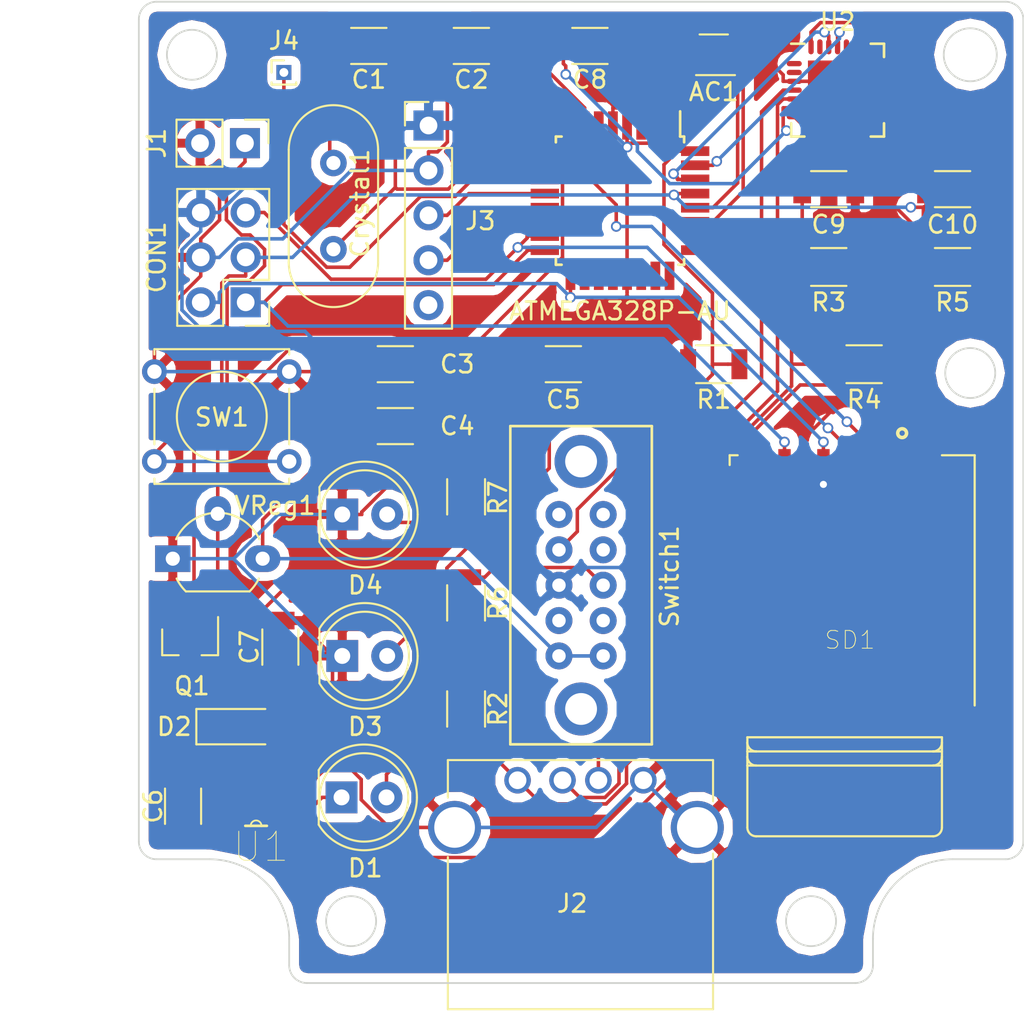
<source format=kicad_pcb>
(kicad_pcb (version 4) (host pcbnew 4.0.7)
  (layers (0 F.Cu signal) (31 B.Cu signal) (34 B.Paste user) (35 F.Paste user) (36 B.SilkS user) (37 F.SilkS user) (38 B.Mask user) (39 F.Mask user) (44 Edge.Cuts user))
  (net 0 "")
  (net 1 "Net-(C1-Pad1)")
  (net 2 GND)
  (net 3 "Net-(C2-Pad1)")
  (net 4 "Net-(C3-Pad1)")
  (net 5 +5V)
  (net 6 "Net-(C6-Pad1)")
  (net 7 "Net-(D1-Pad1)")
  (net 8 "Net-(D1-Pad2)")
  (net 9 /RXD)
  (net 10 /TXD)
  (net 11 /VCC)
  (net 12 "Net-(R3-Pad1)")
  (net 13 /SCL)
  (net 14 /SDA)
  (net 15 +3V3)
  (net 16 "Net-(C8-Pad1)")
  (net 17 /RESET)
  (net 18 "Net-(C10-Pad2)")
  (net 19 "Net-(J2-Pad3)")
  (net 20 "Net-(J2-Pad2)")
  (net 21 /GPS_TX)
  (net 22 /GPS_RX)
  (net 23 /CS_SD)
  (net 24 /MOSI)
  (net 25 /CLK)
  (net 26 /MISO)
  (net 27 /REC)
  (net 28 "Net-(D3-Pad2)")
  (net 29 "Net-(D4-Pad2)")
  (net 30 "Net-(J4-Pad1)")
  (net 31 "Net-(MicroController2-Pad10)")
  (net 32 "Net-(R6-Pad2)")
  (module Crystals:Crystal_HC49-4H_Vertical (layer F.Cu) (at 105 76.5 90)
    (fp_text reference Crystal1 (at 2.6 1.5 90) (layer F.SilkS))
    (fp_text value 8MHz)
    (pad 1 thru_hole circle (at 0 0 90) (size 1.5 1.5) (drill 0.8) (layers *.Cu *.Mask) (net 1 "Net-(C1-Pad1)"))
    (pad 2 thru_hole circle (at 4.88 0 90) (size 1.5 1.5) (drill 0.8) (layers *.Cu *.Mask) (net 3 "Net-(C2-Pad1)"))
  )
  (module LEDs:LED_D5.0mm (layer F.Cu) (at 105.46 107.5)
    (fp_text reference D1 (at 1.34 4) (layer F.SilkS))
    (fp_text value LED)
    (pad 1 thru_hole rect (at 0 0) (size 1.8 1.8) (drill 0.9) (layers *.Cu *.Mask) (net 7 "Net-(D1-Pad1)"))
    (pad 2 thru_hole circle (at 2.54 0) (size 1.8 1.8) (drill 0.9) (layers *.Cu *.Mask) (net 8 "Net-(D1-Pad2)"))
  )
  (module Diodes_SMD:D_SOD-123 (layer F.Cu) (at 99.5 103.5)
    (fp_text reference D2 (at -3.5 0) (layer F.SilkS))
    (fp_text value B130LAW)
    (pad 1 smd rect (at -1.65 0) (size 0.9 1.2) (layers F.Cu F.Paste F.Mask) (net 4 "Net-(C3-Pad1)"))
    (pad 2 smd rect (at 1.65 0) (size 0.9 1.2) (layers F.Cu F.Paste F.Mask) (net 5 +5V))
  )
  (module Pin_Headers:Pin_Header_Straight_1x02_Pitch2.54mm (layer F.Cu) (at 100 70.5 270)
    (fp_text reference J1 (at 0 5 450) (layer F.SilkS))
    (fp_text value Conn_Batt)
    (pad 1 thru_hole rect (at 0 0 270) (size 1.7 1.7) (drill 1) (layers *.Cu *.Mask) (net 6 "Net-(C6-Pad1)"))
    (pad 2 thru_hole oval (at 0 2.54 270) (size 1.7 1.7) (drill 1) (layers *.Cu *.Mask) (net 2 GND))
  )
  (module Connectors:USB_A (layer F.Cu) (at 115.41 106.53)
    (fp_text reference J2 (at 3.09 6.97) (layer F.SilkS))
    (fp_text value USB_A)
    (pad 4 thru_hole circle (at 7.11 0 270) (size 1.5 1.5) (drill 1) (layers *.Cu *.Mask) (net 2 GND))
    (pad 3 thru_hole circle (at 4.57 0 270) (size 1.5 1.5) (drill 1) (layers *.Cu *.Mask) (net 19 "Net-(J2-Pad3)"))
    (pad 2 thru_hole circle (at 2.54 0 270) (size 1.5 1.5) (drill 1) (layers *.Cu *.Mask) (net 20 "Net-(J2-Pad2)"))
    (pad 1 thru_hole circle (at 0 0 270) (size 1.5 1.5) (drill 1) (layers *.Cu *.Mask) (net 5 +5V))
    (pad 5 thru_hole circle (at 10.16 2.67 270) (size 3 3) (drill 2.3) (layers *.Cu *.Mask) (net 2 GND))
    (pad 5 thru_hole circle (at -3.56 2.67 270) (size 3 3) (drill 2.3) (layers *.Cu *.Mask) (net 2 GND))
  )
  (module Diodes_SMD:D_SOT-23_ANK (layer F.Cu) (at 96.9 98.7 270)
    (fp_text reference Q1 (at 2.5 -0.1 360) (layer F.SilkS))
    (fp_text value DMP1045U)
    (pad 2 smd rect (at -1 -0.95 270) (size 0.9 0.8) (layers F.Cu F.Paste F.Mask) (net 5 +5V))
    (pad "" smd rect (at -1 0.95 270) (size 0.9 0.8) (layers F.Cu F.Paste F.Mask))
    (pad 1 smd rect (at 1 0 270) (size 0.9 0.8) (layers F.Cu F.Paste F.Mask) (net 4 "Net-(C3-Pad1)"))
  )
  (module Switches:SlideSwitch_MV9QS1 (layer F.Cu) (at 119 102.5)
    (fp_text reference Switch1 (at 5 -7.5 90) (layer F.SilkS))
    (fp_text value SlideSwitch_MV9QS1)
    (pad 1 thru_hole circle (at -1.25 -3) (size 1.524 1.524) (drill 0.762) (layers *.Cu *.Mask) (net 15 +3V3))
    (pad 2 thru_hole circle (at -1.25 -5) (size 1.524 1.524) (drill 0.762) (layers *.Cu *.Mask))
    (pad 3 thru_hole circle (at -1.25 -7) (size 1.524 1.524) (drill 0.762) (layers *.Cu *.Mask) (net 11 /VCC))
    (pad 4 thru_hole circle (at -1.25 -9) (size 1.524 1.524) (drill 0.762) (layers *.Cu *.Mask) (net 27 /REC))
    (pad 5 thru_hole circle (at -1.25 -11) (size 1.524 1.524) (drill 0.762) (layers *.Cu *.Mask))
    (pad 6 thru_hole circle (at 1.25 -3) (size 1.524 1.524) (drill 0.762) (layers *.Cu *.Mask) (net 15 +3V3))
    (pad 7 thru_hole circle (at 1.25 -5) (size 1.524 1.524) (drill 0.762) (layers *.Cu *.Mask))
    (pad 8 thru_hole circle (at 1.25 -7) (size 1.524 1.524) (drill 0.762) (layers *.Cu *.Mask) (net 32 "Net-(R6-Pad2)"))
    (pad 9 thru_hole circle (at 1.25 -9) (size 1.524 1.524) (drill 0.762) (layers *.Cu *.Mask))
    (pad 10 thru_hole circle (at 1.25 -11) (size 1.524 1.524) (drill 0.762) (layers *.Cu *.Mask))
    (pad "" np_thru_hole circle (at 0 0) (size 3 3) (drill 1.8) (layers *.Cu *.Mask))
    (pad "" np_thru_hole circle (at 0 -14) (size 3 3) (drill 1.8) (layers *.Cu *.Mask))
  )
  (module Housings_DFN_QFN:DFN-10_2x2mm_Pitch0.4mm (layer F.Cu) (at 126.5 65.5 180)
    (fp_text reference AC1 (at 0 -2.1 180) (layer F.SilkS))
    (fp_text value MMA8652FCR1)
    (pad 1 smd rect (at -0.8 -0.8 180) (size 0.7 0.25) (layers F.Cu F.Paste F.Mask) (net 11 /VCC))
    (pad 2 smd rect (at -0.8 -0.4 180) (size 0.7 0.25) (layers F.Cu F.Paste F.Mask) (net 13 /SCL))
    (pad 3 smd rect (at -0.8 0 180) (size 0.7 0.25) (layers F.Cu F.Paste F.Mask))
    (pad 4 smd rect (at -0.8 0.4 180) (size 0.7 0.25) (layers F.Cu F.Paste F.Mask))
    (pad 5 smd rect (at -0.8 0.8 180) (size 0.7 0.25) (layers F.Cu F.Paste F.Mask))
    (pad 6 smd rect (at 0.8 0.8 180) (size 0.7 0.25) (layers F.Cu F.Paste F.Mask) (net 2 GND))
    (pad 7 smd rect (at 0.8 0.4 180) (size 0.7 0.25) (layers F.Cu F.Paste F.Mask) (net 2 GND))
    (pad 8 smd rect (at 0.8 0 180) (size 0.7 0.25) (layers F.Cu F.Paste F.Mask))
    (pad 9 smd rect (at 0.8 -0.4 180) (size 0.7 0.25) (layers F.Cu F.Paste F.Mask) (net 2 GND))
    (pad 10 smd rect (at 0.8 -0.8 180) (size 0.7 0.25) (layers F.Cu F.Paste F.Mask) (net 14 /SDA))
  )
  (module Housings_QFP:TQFP-32_7x7mm_Pitch0.8mm (layer F.Cu) (at 121.2 73.75 270)
    (fp_text reference MicroController2)
    (fp_text value ATMEGA328P-AU (at 6.25 0 360) (layer F.SilkS))
    (pad 1 smd rect (at -4.25 -2.8 270) (size 1.6 0.55) (layers F.Cu F.Paste F.Mask))
    (pad 2 smd rect (at -4.25 -2 270) (size 1.6 0.55) (layers F.Cu F.Paste F.Mask))
    (pad 3 smd rect (at -4.25 -1.2 270) (size 1.6 0.55) (layers F.Cu F.Paste F.Mask) (net 2 GND))
    (pad 4 smd rect (at -4.25 -0.4 270) (size 1.6 0.55) (layers F.Cu F.Paste F.Mask) (net 11 /VCC))
    (pad 5 smd rect (at -4.25 0.4 270) (size 1.6 0.55) (layers F.Cu F.Paste F.Mask) (net 2 GND))
    (pad 6 smd rect (at -4.25 1.2 270) (size 1.6 0.55) (layers F.Cu F.Paste F.Mask))
    (pad 7 smd rect (at -4.25 2 270) (size 1.6 0.55) (layers F.Cu F.Paste F.Mask) (net 3 "Net-(C2-Pad1)"))
    (pad 8 smd rect (at -4.25 2.8 270) (size 1.6 0.55) (layers F.Cu F.Paste F.Mask) (net 1 "Net-(C1-Pad1)"))
    (pad 9 smd rect (at -2.8 4.25) (size 1.6 0.55) (layers F.Cu F.Paste F.Mask) (net 23 /CS_SD))
    (pad 10 smd rect (at -2 4.25) (size 1.6 0.55) (layers F.Cu F.Paste F.Mask) (net 31 "Net-(MicroController2-Pad10)"))
    (pad 11 smd rect (at -1.2 4.25) (size 1.6 0.55) (layers F.Cu F.Paste F.Mask) (net 30 "Net-(J4-Pad1)"))
    (pad 12 smd rect (at -0.4 4.25) (size 1.6 0.55) (layers F.Cu F.Paste F.Mask) (net 21 /GPS_TX))
    (pad 13 smd rect (at 0.4 4.25) (size 1.6 0.55) (layers F.Cu F.Paste F.Mask) (net 22 /GPS_RX))
    (pad 14 smd rect (at 1.2 4.25) (size 1.6 0.55) (layers F.Cu F.Paste F.Mask))
    (pad 15 smd rect (at 2 4.25) (size 1.6 0.55) (layers F.Cu F.Paste F.Mask) (net 24 /MOSI))
    (pad 16 smd rect (at 2.8 4.25) (size 1.6 0.55) (layers F.Cu F.Paste F.Mask) (net 26 /MISO))
    (pad 17 smd rect (at 4.25 2.8 270) (size 1.6 0.55) (layers F.Cu F.Paste F.Mask) (net 25 /CLK))
    (pad 18 smd rect (at 4.25 2 270) (size 1.6 0.55) (layers F.Cu F.Paste F.Mask))
    (pad 19 smd rect (at 4.25 1.2 270) (size 1.6 0.55) (layers F.Cu F.Paste F.Mask))
    (pad 20 smd rect (at 4.25 0.4 270) (size 1.6 0.55) (layers F.Cu F.Paste F.Mask))
    (pad 21 smd rect (at 4.25 -0.4 270) (size 1.6 0.55) (layers F.Cu F.Paste F.Mask) (net 2 GND))
    (pad 22 smd rect (at 4.25 -1.2 270) (size 1.6 0.55) (layers F.Cu F.Paste F.Mask))
    (pad 23 smd rect (at 4.25 -2 270) (size 1.6 0.55) (layers F.Cu F.Paste F.Mask))
    (pad 24 smd rect (at 4.25 -2.8 270) (size 1.6 0.55) (layers F.Cu F.Paste F.Mask))
    (pad 25 smd rect (at 2.8 -4.25) (size 1.6 0.55) (layers F.Cu F.Paste F.Mask))
    (pad 26 smd rect (at 2 -4.25) (size 1.6 0.55) (layers F.Cu F.Paste F.Mask))
    (pad 27 smd rect (at 1.2 -4.25) (size 1.6 0.55) (layers F.Cu F.Paste F.Mask) (net 14 /SDA))
    (pad 28 smd rect (at 0.4 -4.25) (size 1.6 0.55) (layers F.Cu F.Paste F.Mask) (net 13 /SCL))
    (pad 29 smd rect (at -0.4 -4.25) (size 1.6 0.55) (layers F.Cu F.Paste F.Mask) (net 17 /RESET))
    (pad 30 smd rect (at -1.2 -4.25) (size 1.6 0.55) (layers F.Cu F.Paste F.Mask) (net 9 /RXD))
    (pad 31 smd rect (at -2 -4.25) (size 1.6 0.55) (layers F.Cu F.Paste F.Mask) (net 10 /TXD))
    (pad 32 smd rect (at -2.8 -4.25) (size 1.6 0.55) (layers F.Cu F.Paste F.Mask) (net 27 /REC))
  )
  (module Buttons_Switches_THT:SW_Tactile_Straight_KSA0Axx1LFTR (layer F.Cu) (at 94.88 83.42)
    (fp_text reference SW1 (at 3.81 2.58) (layer F.SilkS))
    (fp_text value SW_Reset)
    (pad 1 thru_hole circle (at 7.62 0) (size 1.397 1.397) (drill 0.8128) (layers *.Cu *.Mask) (net 2 GND))
    (pad 2 thru_hole circle (at 7.62 5.08) (size 1.397 1.397) (drill 0.8128) (layers *.Cu *.Mask) (net 17 /RESET))
    (pad 1 thru_hole circle (at 0 0) (size 1.397 1.397) (drill 0.8128) (layers *.Cu *.Mask) (net 2 GND))
    (pad 2 thru_hole circle (at 0 5.08) (size 1.397 1.397) (drill 0.8128) (layers *.Cu *.Mask) (net 17 /RESET))
  )
  (module Housings_DFN_QFN:QFN-28-1EP_5x5mm_Pitch0.5mm (layer F.Cu) (at 133.5 67.5)
    (fp_text reference U2 (at 0 -3.875) (layer F.SilkS))
    (fp_text value CP2102)
    (pad 1 smd oval (at -2.45 -1.5) (size 0.85 0.3) (layers F.Cu F.Paste F.Mask))
    (pad 2 smd oval (at -2.45 -1) (size 0.85 0.3) (layers F.Cu F.Paste F.Mask))
    (pad 3 smd oval (at -2.45 -0.5) (size 0.85 0.3) (layers F.Cu F.Paste F.Mask) (net 2 GND))
    (pad 4 smd oval (at -2.45 0) (size 0.85 0.3) (layers F.Cu F.Paste F.Mask) (net 19 "Net-(J2-Pad3)"))
    (pad 5 smd oval (at -2.45 0.5) (size 0.85 0.3) (layers F.Cu F.Paste F.Mask) (net 20 "Net-(J2-Pad2)"))
    (pad 6 smd oval (at -2.45 1) (size 0.85 0.3) (layers F.Cu F.Paste F.Mask) (net 16 "Net-(C8-Pad1)"))
    (pad 7 smd oval (at -2.45 1.5) (size 0.85 0.3) (layers F.Cu F.Paste F.Mask) (net 5 +5V))
    (pad 8 smd oval (at -1.5 2.45 90) (size 0.85 0.3) (layers F.Cu F.Paste F.Mask) (net 5 +5V))
    (pad 9 smd oval (at -1 2.45 90) (size 0.85 0.3) (layers F.Cu F.Paste F.Mask))
    (pad 10 smd oval (at -0.5 2.45 90) (size 0.85 0.3) (layers F.Cu F.Paste F.Mask))
    (pad 11 smd oval (at 0 2.45 90) (size 0.85 0.3) (layers F.Cu F.Paste F.Mask))
    (pad 12 smd oval (at 0.5 2.45 90) (size 0.85 0.3) (layers F.Cu F.Paste F.Mask))
    (pad 13 smd oval (at 1 2.45 90) (size 0.85 0.3) (layers F.Cu F.Paste F.Mask))
    (pad 14 smd oval (at 1.5 2.45 90) (size 0.85 0.3) (layers F.Cu F.Paste F.Mask))
    (pad 15 smd oval (at 2.45 1.5) (size 0.85 0.3) (layers F.Cu F.Paste F.Mask))
    (pad 16 smd oval (at 2.45 1) (size 0.85 0.3) (layers F.Cu F.Paste F.Mask))
    (pad 17 smd oval (at 2.45 0.5) (size 0.85 0.3) (layers F.Cu F.Paste F.Mask))
    (pad 18 smd oval (at 2.45 0) (size 0.85 0.3) (layers F.Cu F.Paste F.Mask))
    (pad 19 smd oval (at 2.45 -0.5) (size 0.85 0.3) (layers F.Cu F.Paste F.Mask))
    (pad 20 smd oval (at 2.45 -1) (size 0.85 0.3) (layers F.Cu F.Paste F.Mask))
    (pad 21 smd oval (at 2.45 -1.5) (size 0.85 0.3) (layers F.Cu F.Paste F.Mask))
    (pad 22 smd oval (at 1.5 -2.45 90) (size 0.85 0.3) (layers F.Cu F.Paste F.Mask))
    (pad 23 smd oval (at 1 -2.45 90) (size 0.85 0.3) (layers F.Cu F.Paste F.Mask))
    (pad 24 smd oval (at 0.5 -2.45 90) (size 0.85 0.3) (layers F.Cu F.Paste F.Mask))
    (pad 25 smd oval (at 0 -2.45 90) (size 0.85 0.3) (layers F.Cu F.Paste F.Mask) (net 10 /TXD))
    (pad 26 smd oval (at -0.5 -2.45 90) (size 0.85 0.3) (layers F.Cu F.Paste F.Mask) (net 9 /RXD))
    (pad 27 smd oval (at -1 -2.45 90) (size 0.85 0.3) (layers F.Cu F.Paste F.Mask))
    (pad 28 smd oval (at -1.5 -2.45 90) (size 0.85 0.3) (layers F.Cu F.Paste F.Mask) (net 18 "Net-(C10-Pad2)"))
    (pad 29 smd rect (at 0.8375 0.8375) (size 1.675 1.675) (layers F.Cu F.Paste F.Mask) (net 2 GND))
    (pad 29 smd rect (at 0.8375 -0.8375) (size 1.675 1.675) (layers F.Cu F.Paste F.Mask) (net 2 GND))
    (pad 29 smd rect (at -0.8375 0.8375) (size 1.675 1.675) (layers F.Cu F.Paste F.Mask) (net 2 GND))
    (pad 29 smd rect (at -0.8375 -0.8375) (size 1.675 1.675) (layers F.Cu F.Paste F.Mask) (net 2 GND))
  )
  (module Pin_Headers:Pin_Header_Straight_2x03_Pitch2.54mm (layer F.Cu) (at 100.04 79.5 180)
    (fp_text reference CON1 (at 5.04 2.54 270) (layer F.SilkS))
    (fp_text value Conn_ICSP)
    (pad 1 thru_hole rect (at 0 0 180) (size 1.7 1.7) (drill 1) (layers *.Cu *.Mask) (net 26 /MISO))
    (pad 2 thru_hole oval (at 2.54 0 180) (size 1.7 1.7) (drill 1) (layers *.Cu *.Mask) (net 25 /CLK))
    (pad 3 thru_hole oval (at 0 2.54 180) (size 1.7 1.7) (drill 1) (layers *.Cu *.Mask) (net 17 /RESET))
    (pad 4 thru_hole oval (at 2.54 2.54 180) (size 1.7 1.7) (drill 1) (layers *.Cu *.Mask) (net 2 GND))
    (pad 5 thru_hole oval (at 0 5.08 180) (size 1.7 1.7) (drill 1) (layers *.Cu *.Mask) (net 24 /MOSI))
    (pad 6 thru_hole oval (at 2.54 5.08 180) (size 1.7 1.7) (drill 1) (layers *.Cu *.Mask) (net 11 /VCC))
  )
  (module LEDs:LED_D5.0mm (layer F.Cu) (at 105.5 99.5)
    (fp_text reference D3 (at 1.3 4) (layer F.SilkS))
    (fp_text value LED_PWR)
    (pad 1 thru_hole rect (at 0 0) (size 1.8 1.8) (drill 0.9) (layers *.Cu *.Mask) (net 2 GND))
    (pad 2 thru_hole circle (at 2.54 0) (size 1.8 1.8) (drill 0.9) (layers *.Cu *.Mask) (net 28 "Net-(D3-Pad2)"))
  )
  (module LEDs:LED_D5.0mm (layer F.Cu) (at 105.5 91.5)
    (fp_text reference D4 (at 1.3 4) (layer F.SilkS))
    (fp_text value LED_GPS)
    (pad 1 thru_hole rect (at 0 0) (size 1.8 1.8) (drill 0.9) (layers *.Cu *.Mask) (net 2 GND))
    (pad 2 thru_hole circle (at 2.54 0) (size 1.8 1.8) (drill 0.9) (layers *.Cu *.Mask) (net 29 "Net-(D4-Pad2)"))
  )
  (module Resistors_SMD:R_1206 (layer F.Cu) (at 112.5 96.5 90)
    (fp_text reference R6 (at 0 1.8 90) (layer F.SilkS))
    (fp_text value 220)
    (pad 1 smd rect (at -1.45 0 90) (size 0.9 1.7) (layers F.Cu F.Paste F.Mask) (net 28 "Net-(D3-Pad2)"))
    (pad 2 smd rect (at 1.45 0 90) (size 0.9 1.7) (layers F.Cu F.Paste F.Mask) (net 32 "Net-(R6-Pad2)"))
  )
  (module Resistors_SMD:R_1206 (layer F.Cu) (at 112.5 90.5 90)
    (fp_text reference R7 (at -0.05 1.8 90) (layer F.SilkS))
    (fp_text value 220)
    (pad 1 smd rect (at -1.45 0 90) (size 0.9 1.7) (layers F.Cu F.Paste F.Mask) (net 29 "Net-(D4-Pad2)"))
    (pad 2 smd rect (at 1.45 0 90) (size 0.9 1.7) (layers F.Cu F.Paste F.Mask) (net 31 "Net-(MicroController2-Pad10)"))
  )
  (module DM3AT-SF-PEJM5:HRS_DM3AT-SF-PEJM5 (layer F.Cu) (at 133.9 88.4)
    (fp_text reference SD1 (at 0.3 10.2 180) (layer F.SilkS) (effects (font (size 1.00252 1.00252) (thickness 0.05))))
    (fp_text value DM3AT-SF-PEJM5)
    (pad 1 smd rect (at 3.2 0) (size 0.7 1.2) (layers F.Cu F.Paste F.Mask))
    (pad 2 smd rect (at 2.1 0) (size 0.7 1.2) (layers F.Cu F.Paste F.Mask) (net 23 /CS_SD))
    (pad 3 smd rect (at 1 0) (size 0.7 1.2) (layers F.Cu F.Paste F.Mask) (net 24 /MOSI))
    (pad 4 smd rect (at -0.1 0) (size 0.7 1.2) (layers F.Cu F.Paste F.Mask) (net 11 /VCC))
    (pad 5 smd rect (at -1.2 0) (size 0.7 1.2) (layers F.Cu F.Paste F.Mask) (net 25 /CLK))
    (pad 6 smd rect (at -2.3 0) (size 0.7 1.2) (layers F.Cu F.Paste F.Mask) (net 2 GND))
    (pad 7 smd rect (at -3.4 0) (size 0.7 1.2) (layers F.Cu F.Paste F.Mask) (net 26 /MISO))
    (pad 8 smd rect (at -4.5 0) (size 0.7 1.2) (layers F.Cu F.Paste F.Mask))
    (pad SWB smd rect (at -5.45 0) (size 0.7 1.2) (layers F.Cu F.Paste F.Mask))
    (pad P4 smd rect (at 4.75 0) (size 1 1.2) (layers F.Cu F.Paste F.Mask))
    (pad P1 smd rect (at -6.4 4.3) (size 1 1.2) (layers F.Cu F.Paste F.Mask))
    (pad SWA smd rect (at -6.4 10.5) (size 1 0.8) (layers F.Cu F.Paste F.Mask))
    (pad P2 smd rect (at -6.4 14.65) (size 1 2.8) (layers F.Cu F.Paste F.Mask))
    (pad P3 smd rect (at 7.1 15.1) (size 1.3 1.9) (layers F.Cu F.Paste F.Mask))
  )
  (module Pin_Headers:Pin_Header_Straight_1x01_Pitch1.00mm (layer F.Cu) (at 102.2 66.5)
    (fp_text reference J4 (at 0 -1.8) (layer F.SilkS))
    (fp_text value Conn_GPS_LED)
    (pad 1 thru_hole rect (at 0 0) (size 0.85 0.85) (drill 0.5) (layers *.Cu *.Mask) (net 30 "Net-(J4-Pad1)"))
  )
  (module Resistors_SMD:R_1206 (layer F.Cu) (at 126.5 83 180)
    (fp_text reference R1 (at 0 -2 180) (layer F.SilkS))
    (fp_text value 10K)
    (pad 1 smd rect (at -1.45 0 180) (size 0.9 1.7) (layers F.Cu F.Paste F.Mask) (net 27 /REC))
    (pad 2 smd rect (at 1.45 0 180) (size 0.9 1.7) (layers F.Cu F.Paste F.Mask) (net 2 GND))
  )
  (module Resistors_SMD:R_1206 (layer F.Cu) (at 112.5 102.5 90)
    (fp_text reference R2 (at 0 1.8 90) (layer F.SilkS))
    (fp_text value 470)
    (pad 1 smd rect (at -1.45 0 90) (size 0.9 1.7) (layers F.Cu F.Paste F.Mask) (net 5 +5V))
    (pad 2 smd rect (at 1.45 0 90) (size 0.9 1.7) (layers F.Cu F.Paste F.Mask) (net 8 "Net-(D1-Pad2)"))
  )
  (module Resistors_SMD:R_1206 (layer F.Cu) (at 133 77.5)
    (fp_text reference R3 (at 0 2) (layer F.SilkS))
    (fp_text value 10K)
    (pad 1 smd rect (at -1.45 0) (size 0.9 1.7) (layers F.Cu F.Paste F.Mask) (net 12 "Net-(R3-Pad1)"))
    (pad 2 smd rect (at 1.45 0) (size 0.9 1.7) (layers F.Cu F.Paste F.Mask) (net 2 GND))
  )
  (module Resistors_SMD:R_1206 (layer F.Cu) (at 135 83)
    (fp_text reference R4 (at 0 2) (layer F.SilkS))
    (fp_text value 100K)
    (pad 1 smd rect (at -1.45 0) (size 0.9 1.7) (layers F.Cu F.Paste F.Mask) (net 5 +5V))
    (pad 2 smd rect (at 1.45 0) (size 0.9 1.7) (layers F.Cu F.Paste F.Mask) (net 2 GND))
  )
  (module Resistors_SMD:R_1206 (layer F.Cu) (at 140 77.5 180)
    (fp_text reference R5 (at 0 -2 180) (layer F.SilkS))
    (fp_text value 10K)
    (pad 1 smd rect (at -1.45 0 180) (size 0.9 1.7) (layers F.Cu F.Paste F.Mask) (net 17 /RESET))
    (pad 2 smd rect (at 1.45 0 180) (size 0.9 1.7) (layers F.Cu F.Paste F.Mask) (net 5 +5V))
  )
  (module MCP73831T-2ATI_OT:SOT95P300X145-5N (layer F.Cu) (at 100.628 107.56 180)
    (fp_text reference U1 (at -0.272 -2.74 180) (layer F.SilkS) (effects (font (size 1.64296 1.64296) (thickness 0.05))))
    (fp_text value MCP73831)
    (pad 1 smd rect (at -1.3716 -0.9398 180) (size 1.3208 0.5588) (layers F.Cu F.Paste F.Mask) (net 7 "Net-(D1-Pad1)"))
    (pad 2 smd rect (at -1.3716 0 180) (size 1.3208 0.5588) (layers F.Cu F.Paste F.Mask) (net 2 GND))
    (pad 3 smd rect (at -1.3716 0.9398 180) (size 1.3208 0.5588) (layers F.Cu F.Paste F.Mask) (net 6 "Net-(C6-Pad1)"))
    (pad 4 smd rect (at 1.3716 0.9398 180) (size 1.3208 0.5588) (layers F.Cu F.Paste F.Mask) (net 5 +5V))
    (pad 5 smd rect (at 1.3716 -0.9398 180) (size 1.3208 0.5588) (layers F.Cu F.Paste F.Mask) (net 12 "Net-(R3-Pad1)"))
  )
  (module Pin_Headers:Pin_Header_Straight_1x05_Pitch2.54mm (layer F.Cu) (at 110.375 69.5)
    (fp_text reference J3 (at 2.925 5.4) (layer F.SilkS))
    (fp_text value Conn_GPS)
    (pad 1 thru_hole rect (at 0 0) (size 1.7 1.7) (drill 1) (layers *.Cu *.Mask) (net 11 /VCC))
    (pad 2 thru_hole oval (at 0 2.54) (size 1.7 1.7) (drill 1) (layers *.Cu *.Mask) (net 2 GND))
    (pad 3 thru_hole oval (at 0 5.08) (size 1.7 1.7) (drill 1) (layers *.Cu *.Mask) (net 21 /GPS_TX))
    (pad 4 thru_hole oval (at 0 7.62) (size 1.7 1.7) (drill 1) (layers *.Cu *.Mask) (net 22 /GPS_RX))
    (pad 5 thru_hole oval (at 0 10.16) (size 1.7 1.7) (drill 1) (layers *.Cu *.Mask))
  )
  (module Capacitors_SMD:C_1206 (layer F.Cu) (at 107 65 180)
    (fp_text reference C1 (at 0 -1.9 180) (layer F.SilkS))
    (fp_text value C)
    (pad 1 smd rect (at -1.5 0 180) (size 1 1.6) (layers F.Cu F.Paste F.Mask) (net 1 "Net-(C1-Pad1)"))
    (pad 2 smd rect (at 1.5 0 180) (size 1 1.6) (layers F.Cu F.Paste F.Mask) (net 2 GND))
  )
  (module Capacitors_SMD:C_1206 (layer F.Cu) (at 112.8 65 180)
    (fp_text reference C2 (at 0 -1.9 180) (layer F.SilkS))
    (fp_text value C)
    (pad 1 smd rect (at -1.5 0 180) (size 1 1.6) (layers F.Cu F.Paste F.Mask) (net 3 "Net-(C2-Pad1)"))
    (pad 2 smd rect (at 1.5 0 180) (size 1 1.6) (layers F.Cu F.Paste F.Mask) (net 2 GND))
  )
  (module Capacitors_SMD:C_1206 (layer F.Cu) (at 108.5 83 180)
    (fp_text reference C3 (at -3.5 0 180) (layer F.SilkS))
    (fp_text value C)
    (pad 1 smd rect (at -1.5 0 180) (size 1 1.6) (layers F.Cu F.Paste F.Mask) (net 4 "Net-(C3-Pad1)"))
    (pad 2 smd rect (at 1.5 0 180) (size 1 1.6) (layers F.Cu F.Paste F.Mask) (net 2 GND))
  )
  (module Capacitors_SMD:C_1206 (layer F.Cu) (at 108.5 86.5)
    (fp_text reference C4 (at 3.5 0) (layer F.SilkS))
    (fp_text value C)
    (pad 1 smd rect (at -1.5 0) (size 1 1.6) (layers F.Cu F.Paste F.Mask) (net 15 +3V3))
    (pad 2 smd rect (at 1.5 0) (size 1 1.6) (layers F.Cu F.Paste F.Mask) (net 2 GND))
  )
  (module Capacitors_SMD:C_1206 (layer F.Cu) (at 118 83 180)
    (fp_text reference C5 (at 0 -2 180) (layer F.SilkS))
    (fp_text value 4uF)
    (pad 1 smd rect (at -1.5 0 180) (size 1 1.6) (layers F.Cu F.Paste F.Mask) (net 5 +5V))
    (pad 2 smd rect (at 1.5 0 180) (size 1 1.6) (layers F.Cu F.Paste F.Mask) (net 2 GND))
  )
  (module Capacitors_SMD:C_1206 (layer F.Cu) (at 96.5 108 270)
    (fp_text reference C6 (at 0 1.7 270) (layer F.SilkS))
    (fp_text value 4uF)
    (pad 1 smd rect (at -1.5 0 270) (size 1 1.6) (layers F.Cu F.Paste F.Mask) (net 6 "Net-(C6-Pad1)"))
    (pad 2 smd rect (at 1.5 0 270) (size 1 1.6) (layers F.Cu F.Paste F.Mask) (net 2 GND))
  )
  (module Capacitors_SMD:C_1206 (layer F.Cu) (at 102 99 90)
    (fp_text reference C7 (at 0 -1.75 90) (layer F.SilkS))
    (fp_text value 1uF)
    (pad 1 smd rect (at -1.5 0 90) (size 1 1.6) (layers F.Cu F.Paste F.Mask) (net 4 "Net-(C3-Pad1)"))
    (pad 2 smd rect (at 1.5 0 90) (size 1 1.6) (layers F.Cu F.Paste F.Mask) (net 2 GND))
  )
  (module Capacitors_SMD:C_1206 (layer F.Cu) (at 119.5 65)
    (fp_text reference C8 (at 0 1.9) (layer F.SilkS))
    (fp_text value 100nF)
    (pad 1 smd rect (at -1.5 0) (size 1 1.6) (layers F.Cu F.Paste F.Mask) (net 16 "Net-(C8-Pad1)"))
    (pad 2 smd rect (at 1.5 0) (size 1 1.6) (layers F.Cu F.Paste F.Mask) (net 2 GND))
  )
  (module Capacitors_SMD:C_1206 (layer F.Cu) (at 133 73.1)
    (fp_text reference C9 (at 0 2) (layer F.SilkS))
    (fp_text value 100nF)
    (pad 1 smd rect (at -1.5 0) (size 1 1.6) (layers F.Cu F.Paste F.Mask) (net 5 +5V))
    (pad 2 smd rect (at 1.5 0) (size 1 1.6) (layers F.Cu F.Paste F.Mask) (net 2 GND))
  )
  (module Capacitors_SMD:C_1206 (layer F.Cu) (at 140 73.1)
    (fp_text reference C10 (at 0 2) (layer F.SilkS))
    (fp_text value 100nF)
    (pad 1 smd rect (at -1.5 0) (size 1 1.6) (layers F.Cu F.Paste F.Mask) (net 17 /RESET))
    (pad 2 smd rect (at 1.5 0) (size 1 1.6) (layers F.Cu F.Paste F.Mask) (net 18 "Net-(C10-Pad2)"))
  )
  (module TO_SOT_Packages_THT:TO-92_Molded_Wide_Oval (layer F.Cu) (at 95.92 94)
    (fp_text reference VReg1 (at 5.78 -3) (layer F.SilkS))
    (fp_text value MCP1700-3302E_TO92)
    (pad 2 thru_hole oval (at 2.54 -2.54 90) (size 2 1.5) (drill 0.8) (layers *.Cu *.Mask) (net 4 "Net-(C3-Pad1)"))
    (pad 1 thru_hole rect (at 0 0 90) (size 1.5 2) (drill 0.8) (layers *.Cu *.Mask) (net 2 GND))
    (pad 3 thru_hole oval (at 5.08 0 90) (size 1.5 2) (drill 0.8) (layers *.Cu *.Mask) (net 15 +3V3))
  )
  (gr_arc (start 98 115.5) (end 98 111) (angle 90) (layer Edge.Cuts) (width 0.1))
  (gr_circle (center 106 114.5) (end 107 113.5) (layer Edge.Cuts) (width 0.1))
  (gr_circle (center 132 114.5) (end 133 113.5) (layer Edge.Cuts) (width 0.1))
  (gr_circle (center 97 65.5) (end 98 64.5) (layer Edge.Cuts) (width 0.1))
  (gr_circle (center 141 83.5) (end 142 82.5) (layer Edge.Cuts) (width 0.1))
  (gr_circle (center 141 65.5) (end 139.5 65.5) (layer Edge.Cuts) (width 0.1))
  (gr_arc (start 95 63.5) (end 95 62.5) (angle -90) (layer Edge.Cuts) (width 0.1))
  (gr_arc (start 143 63.5) (end 144 63.5) (angle -90) (layer Edge.Cuts) (width 0.1))
  (gr_arc (start 143 110) (end 143 111) (angle -90) (layer Edge.Cuts) (width 0.1))
  (gr_arc (start 134.5 117) (end 134.5 118) (angle -90) (layer Edge.Cuts) (width 0.1))
  (gr_arc (start 95 110) (end 94 110) (angle -89.92958349) (layer Edge.Cuts) (width 0.1))
  (gr_arc (start 103.5 117) (end 102.5 117) (angle -90) (layer Edge.Cuts) (width 0.1))
  (gr_line (start 103.5 118) (end 134.5 118) (layer Edge.Cuts) (width 0.1))
  (gr_line (start 98 111) (end 95 111) (layer Edge.Cuts) (width 0.1))
  (gr_line (start 102.5 117) (end 102.5 115.5) (layer Edge.Cuts) (width 0.1))
  (gr_line (start 135.5 117) (end 135.5 115.5) (layer Edge.Cuts) (width 0.1))
  (gr_line (start 140 111) (end 143 111) (layer Edge.Cuts) (width 0.1))
  (gr_arc (start 140 115.5) (end 140 111) (angle -90) (layer Edge.Cuts) (width 0.1))
  (gr_line (start 94 110.002457) (end 94 63.5) (layer Edge.Cuts) (width 0.1))
  (gr_line (start 144 110) (end 144 63.5) (layer Edge.Cuts) (width 0.1))
  (gr_line (start 95 62.5) (end 143 62.5) (layer Edge.Cuts) (width 0.1))
  (segment (start 108.5977 73.0977) (end 108.5 73) (width 0.2) (layer F.Cu) (net 1))
  (segment (start 111.4912 73.0977) (end 108.5977 73.0977) (width 0.2) (layer F.Cu) (net 1))
  (segment (start 114.1511 70.4378) (end 111.4912 73.0977) (width 0.2) (layer F.Cu) (net 1))
  (segment (start 117.9207 70.4378) (end 114.1511 70.4378) (width 0.2) (layer F.Cu) (net 1))
  (segment (start 117.9832 70.5003) (end 117.9207 70.4378) (width 0.2) (layer F.Cu) (net 1))
  (segment (start 118.4 70.5003) (end 117.9832 70.5003) (width 0.2) (layer F.Cu) (net 1))
  (segment (start 108.5 65) (end 108.5 73) (width 0.2) (layer F.Cu) (net 1))
  (segment (start 108.5 73) (end 105 76.5) (width 0.2) (layer F.Cu) (net 1))
  (segment (start 118.4 69.5) (end 118.4 70.5003) (width 0.2) (layer F.Cu) (net 1))
  (segment (start 96.5 109.5) (end 96.5 108.7997) (width 0.2) (layer F.Cu) (net 2))
  (segment (start 110.8872 70.9897) (end 110.375 70.9897) (width 0.2) (layer F.Cu) (net 2))
  (segment (start 111.4411 70.4358) (end 110.8872 70.9897) (width 0.2) (layer F.Cu) (net 2))
  (segment (start 111.4411 66.1414) (end 111.4411 70.4358) (width 0.2) (layer F.Cu) (net 2))
  (segment (start 111.3 66.0003) (end 111.4411 66.1414) (width 0.2) (layer F.Cu) (net 2))
  (segment (start 111.3 65) (end 111.3 66.0003) (width 0.2) (layer F.Cu) (net 2))
  (segment (start 110.375 72.04) (end 110.375 70.9897) (width 0.2) (layer F.Cu) (net 2))
  (segment (start 109.5993 63.9996) (end 110.5997 65) (width 0.2) (layer F.Cu) (net 2))
  (segment (start 107.2007 63.9996) (end 109.5993 63.9996) (width 0.2) (layer F.Cu) (net 2))
  (segment (start 106.2003 65) (end 107.2007 63.9996) (width 0.2) (layer F.Cu) (net 2))
  (segment (start 105.5 65) (end 106.2003 65) (width 0.2) (layer F.Cu) (net 2))
  (segment (start 111.3 65) (end 110.5997 65) (width 0.2) (layer F.Cu) (net 2))
  (segment (start 98.5642 72.6545) (end 97.46 71.5503) (width 0.2) (layer F.Cu) (net 2))
  (segment (start 98.5642 74.8455) (end 98.5642 72.6545) (width 0.2) (layer F.Cu) (net 2))
  (segment (start 97.5 75.9097) (end 98.5642 74.8455) (width 0.2) (layer F.Cu) (net 2))
  (segment (start 97.5 76.96) (end 97.5 75.9097) (width 0.2) (layer F.Cu) (net 2))
  (segment (start 97.46 70.5) (end 97.46 71.5503) (width 0.2) (layer F.Cu) (net 2))
  (segment (start 125.19 109.2) (end 122.52 106.53) (width 0.2) (layer B.Cu) (net 2))
  (segment (start 125.57 109.2) (end 125.19 109.2) (width 0.2) (layer B.Cu) (net 2))
  (segment (start 97.7397 107.56) (end 96.5 108.7997) (width 0.2) (layer F.Cu) (net 2))
  (segment (start 101.1389 107.56) (end 97.7397 107.56) (width 0.2) (layer F.Cu) (net 2))
  (segment (start 101.9996 107.56) (end 101.1389 107.56) (width 0.2) (layer F.Cu) (net 2))
  (segment (start 110 86.5) (end 109.6499 86.5) (width 0.2) (layer F.Cu) (net 2))
  (segment (start 132.6625 66.6625) (end 132.6625 67) (width 0.2) (layer F.Cu) (net 2))
  (segment (start 107.1502 84.0003) (end 107 84.0003) (width 0.2) (layer F.Cu) (net 2))
  (segment (start 109.6499 86.5) (end 107.1502 84.0003) (width 0.2) (layer F.Cu) (net 2))
  (segment (start 105.5 91.5) (end 106.6003 91.5) (width 0.2) (layer F.Cu) (net 2))
  (segment (start 122.4 69.5) (end 122.4 68.5748) (width 0.2) (layer F.Cu) (net 2))
  (segment (start 126.2503 65.9) (end 126.2503 65.1) (width 0.2) (layer F.Cu) (net 2))
  (segment (start 125.7 65.9) (end 126.2503 65.9) (width 0.2) (layer F.Cu) (net 2))
  (segment (start 132.6625 67) (end 131.05 67) (width 0.2) (layer F.Cu) (net 2))
  (segment (start 125.9752 65.1) (end 125.9752 64.7) (width 0.2) (layer F.Cu) (net 2))
  (segment (start 125.7 65.1) (end 125.9752 65.1) (width 0.2) (layer F.Cu) (net 2))
  (segment (start 125.9752 65.1) (end 126.2503 65.1) (width 0.2) (layer F.Cu) (net 2))
  (segment (start 94.88 83.42) (end 102.5 83.42) (width 0.2) (layer B.Cu) (net 2))
  (segment (start 134.5 73.1) (end 135.2003 73.1) (width 0.2) (layer F.Cu) (net 2))
  (segment (start 134.45 77.5) (end 135.1003 77.5) (width 0.2) (layer F.Cu) (net 2))
  (segment (start 132.6625 67) (end 132.6625 68.3375) (width 0.2) (layer F.Cu) (net 2))
  (segment (start 134.3375 68.3375) (end 133.8186 68.3375) (width 0.2) (layer F.Cu) (net 2))
  (segment (start 107 83) (end 107 83.5001) (width 0.2) (layer F.Cu) (net 2))
  (segment (start 107 83.5001) (end 107 84.0003) (width 0.2) (layer F.Cu) (net 2))
  (segment (start 106.9199 83.42) (end 102.5 83.42) (width 0.2) (layer F.Cu) (net 2))
  (segment (start 107 83.5001) (end 106.9199 83.42) (width 0.2) (layer F.Cu) (net 2))
  (segment (start 106.0102 72.04) (end 110.375 72.04) (width 0.2) (layer B.Cu) (net 2))
  (segment (start 102.1405 75.9097) (end 106.0102 72.04) (width 0.2) (layer B.Cu) (net 2))
  (segment (start 99.6006 75.9097) (end 102.1405 75.9097) (width 0.2) (layer B.Cu) (net 2))
  (segment (start 98.5503 76.96) (end 99.6006 75.9097) (width 0.2) (layer B.Cu) (net 2))
  (segment (start 97.5 76.96) (end 98.5503 76.96) (width 0.2) (layer B.Cu) (net 2))
  (segment (start 105.5 99.5) (end 104.9499 99.5) (width 0.2) (layer F.Cu) (net 2))
  (segment (start 101.9996 107.56) (end 102.8603 107.56) (width 0.2) (layer F.Cu) (net 2))
  (segment (start 108.1415 109.2) (end 111.85 109.2) (width 0.2) (layer F.Cu) (net 2))
  (segment (start 106.5722 107.6307) (end 108.1415 109.2) (width 0.2) (layer F.Cu) (net 2))
  (segment (start 106.5722 106.4842) (end 106.5722 107.6307) (width 0.2) (layer F.Cu) (net 2))
  (segment (start 105.5584 105.4704) (end 106.5722 106.4842) (width 0.2) (layer F.Cu) (net 2))
  (segment (start 104.9499 105.4704) (end 105.5584 105.4704) (width 0.2) (layer F.Cu) (net 2))
  (segment (start 104.9499 105.4704) (end 102.8603 107.56) (width 0.2) (layer F.Cu) (net 2))
  (segment (start 132.6625 68.3375) (end 133.7003 68.3375) (width 0.2) (layer F.Cu) (net 2))
  (segment (start 134.3375 67.8186) (end 133.8186 68.3375) (width 0.2) (layer F.Cu) (net 2))
  (segment (start 134.3375 66.6625) (end 134.3375 67.8186) (width 0.2) (layer F.Cu) (net 2))
  (segment (start 133.8186 68.3375) (end 133.7003 68.3375) (width 0.2) (layer F.Cu) (net 2))
  (segment (start 131.6 87.1997) (end 135.7997 83) (width 0.2) (layer F.Cu) (net 2))
  (segment (start 131.6 87.5997) (end 131.6 87.1997) (width 0.2) (layer F.Cu) (net 2))
  (segment (start 131.6 88.4) (end 131.6 87.5997) (width 0.2) (layer F.Cu) (net 2))
  (segment (start 136.45 83) (end 135.7997 83) (width 0.2) (layer F.Cu) (net 2))
  (segment (start 102 97.5) (end 103.0003 97.5) (width 0.2) (layer F.Cu) (net 2))
  (segment (start 104.9499 99.5) (end 104.9499 105.4704) (width 0.2) (layer F.Cu) (net 2))
  (segment (start 103.0003 97.5504) (end 103.0003 97.5) (width 0.2) (layer F.Cu) (net 2))
  (segment (start 104.9499 99.5) (end 103.0003 97.5504) (width 0.2) (layer F.Cu) (net 2))
  (segment (start 125.7 64.7) (end 125.9064 64.7) (width 0.2) (layer F.Cu) (net 2))
  (segment (start 125.9064 64.7) (end 125.9752 64.7) (width 0.2) (layer F.Cu) (net 2))
  (segment (start 130.4247 66.6378) (end 130.4247 67) (width 0.2) (layer F.Cu) (net 2))
  (segment (start 127.7865 63.9996) (end 130.4247 66.6378) (width 0.2) (layer F.Cu) (net 2))
  (segment (start 126.6068 63.9996) (end 127.7865 63.9996) (width 0.2) (layer F.Cu) (net 2))
  (segment (start 125.9064 64.7) (end 126.6068 63.9996) (width 0.2) (layer F.Cu) (net 2))
  (segment (start 131.05 67) (end 130.4247 67) (width 0.2) (layer F.Cu) (net 2))
  (segment (start 94.88 80.6303) (end 97.5 78.0103) (width 0.2) (layer F.Cu) (net 2))
  (segment (start 94.88 83.42) (end 94.88 80.6303) (width 0.2) (layer F.Cu) (net 2))
  (segment (start 97.5 76.96) (end 97.5 78.0103) (width 0.2) (layer F.Cu) (net 2))
  (segment (start 120.8 70.7957) (end 120.8 69.5) (width 0.2) (layer F.Cu) (net 2))
  (segment (start 121.6 71.5957) (end 120.8 70.7957) (width 0.2) (layer F.Cu) (net 2))
  (segment (start 121.6 78) (end 121.6 71.5957) (width 0.2) (layer F.Cu) (net 2))
  (segment (start 122.4 68.5748) (end 122.4 68.4997) (width 0.2) (layer F.Cu) (net 2))
  (segment (start 124.9997 65.9) (end 125.7 65.9) (width 0.2) (layer F.Cu) (net 2))
  (segment (start 122.4 68.4997) (end 124.9997 65.9) (width 0.2) (layer F.Cu) (net 2))
  (segment (start 120.8 69.5) (end 120.8 68.4997) (width 0.2) (layer F.Cu) (net 2))
  (segment (start 121 65) (end 121 66.0003) (width 0.2) (layer F.Cu) (net 2))
  (segment (start 121 68.4997) (end 121 66.0003) (width 0.2) (layer F.Cu) (net 2))
  (segment (start 120.8 68.4997) (end 121 68.4997) (width 0.2) (layer F.Cu) (net 2))
  (segment (start 121 68.4997) (end 122.4 68.4997) (width 0.2) (layer F.Cu) (net 2))
  (segment (start 121.6 78) (end 121.6 78.9252) (width 0.2) (layer F.Cu) (net 2))
  (segment (start 125.05 83) (end 124.3997 83) (width 0.2) (layer F.Cu) (net 2))
  (segment (start 120 80.2003) (end 121.6 80.2003) (width 0.2) (layer F.Cu) (net 2))
  (segment (start 117.2003 83) (end 120 80.2003) (width 0.2) (layer F.Cu) (net 2))
  (segment (start 121.6 78.9252) (end 121.6 80.2003) (width 0.2) (layer F.Cu) (net 2))
  (segment (start 121.6 80.2003) (end 124.3997 83) (width 0.2) (layer F.Cu) (net 2))
  (segment (start 116.5 83) (end 117.2003 83) (width 0.2) (layer F.Cu) (net 2))
  (segment (start 119.85 109.2) (end 122.52 106.53) (width 0.2) (layer B.Cu) (net 2))
  (segment (start 111.85 109.2) (end 119.85 109.2) (width 0.2) (layer B.Cu) (net 2))
  (segment (start 136.3633 78.763) (end 136.45 78.763) (width 0.2) (layer F.Cu) (net 2))
  (segment (start 135.1003 77.5) (end 136.3633 78.763) (width 0.2) (layer F.Cu) (net 2))
  (segment (start 136.45 78.763) (end 136.45 83) (width 0.2) (layer F.Cu) (net 2))
  (segment (start 138.9878 78.763) (end 136.45 78.763) (width 0.2) (layer F.Cu) (net 2))
  (segment (start 139.2004 78.5504) (end 138.9878 78.763) (width 0.2) (layer F.Cu) (net 2))
  (segment (start 139.2004 76.533) (end 139.2004 78.5504) (width 0.2) (layer F.Cu) (net 2))
  (segment (start 135.591 72.9236) (end 139.2004 76.533) (width 0.2) (layer F.Cu) (net 2))
  (segment (start 135.3767 72.9236) (end 135.591 72.9236) (width 0.2) (layer F.Cu) (net 2))
  (segment (start 135.3767 69.3767) (end 135.3767 72.9236) (width 0.2) (layer F.Cu) (net 2))
  (segment (start 134.3375 68.3375) (end 135.3767 69.3767) (width 0.2) (layer F.Cu) (net 2))
  (segment (start 135.3767 72.9236) (end 135.2003 73.1) (width 0.2) (layer F.Cu) (net 2))
  (segment (start 106.6003 91.3625) (end 106.6003 91.5) (width 0.2) (layer F.Cu) (net 2))
  (segment (start 109.643 88.3198) (end 106.6003 91.3625) (width 0.2) (layer F.Cu) (net 2))
  (segment (start 110 88.3198) (end 109.643 88.3198) (width 0.2) (layer F.Cu) (net 2))
  (segment (start 110 86.5) (end 110 88.3198) (width 0.2) (layer F.Cu) (net 2))
  (segment (start 116.5 86.6789) (end 116.5 83) (width 0.2) (layer F.Cu) (net 2))
  (segment (start 113.4785 89.7004) (end 116.5 86.6789) (width 0.2) (layer F.Cu) (net 2))
  (segment (start 111.3806 89.7004) (end 113.4785 89.7004) (width 0.2) (layer F.Cu) (net 2))
  (segment (start 110 88.3198) (end 111.3806 89.7004) (width 0.2) (layer F.Cu) (net 2))
  (segment (start 101.8683 91.5) (end 105.5 91.5) (width 0.2) (layer B.Cu) (net 2))
  (segment (start 99.3573 94.011) (end 101.8683 91.5) (width 0.2) (layer B.Cu) (net 2))
  (segment (start 99.3462 94) (end 99.3573 94.011) (width 0.2) (layer B.Cu) (net 2))
  (segment (start 95.92 94) (end 99.3462 94) (width 0.2) (layer B.Cu) (net 2))
  (segment (start 104.3997 99.0535) (end 104.3997 99.5) (width 0.2) (layer B.Cu) (net 2))
  (segment (start 99.3573 94.011) (end 104.3997 99.0535) (width 0.2) (layer B.Cu) (net 2))
  (segment (start 105.5 99.5) (end 104.3997 99.5) (width 0.2) (layer B.Cu) (net 2))
  (segment (start 119.2 69.5) (end 119.2 68.4997) (width 0.2) (layer F.Cu) (net 3))
  (segment (start 115.7003 65) (end 114.3 65) (width 0.2) (layer F.Cu) (net 3))
  (segment (start 119.2 68.4997) (end 115.7003 65) (width 0.2) (layer F.Cu) (net 3))
  (segment (start 104.7922 71.4122) (end 105 71.62) (width 0.2) (layer F.Cu) (net 3))
  (segment (start 104.7922 64.0851) (end 104.7922 71.4122) (width 0.2) (layer F.Cu) (net 3))
  (segment (start 105.1787 63.6986) (end 104.7922 64.0851) (width 0.2) (layer F.Cu) (net 3))
  (segment (start 112.2983 63.6986) (end 105.1787 63.6986) (width 0.2) (layer F.Cu) (net 3))
  (segment (start 113.5997 65) (end 112.2983 63.6986) (width 0.2) (layer F.Cu) (net 3))
  (segment (start 114.3 65) (end 113.5997 65) (width 0.2) (layer F.Cu) (net 3))
  (segment (start 97.5003 100.1503) (end 97.5003 99.7) (width 0.2) (layer F.Cu) (net 4))
  (segment (start 97.85 100.5) (end 97.5003 100.1503) (width 0.2) (layer F.Cu) (net 4))
  (segment (start 97.85 103.5) (end 97.85 100.5) (width 0.2) (layer F.Cu) (net 4))
  (segment (start 97.85 100.5) (end 102 100.5) (width 0.2) (layer F.Cu) (net 4))
  (segment (start 110 83) (end 109.2997 83) (width 0.2) (layer F.Cu) (net 4))
  (segment (start 98.46 86.1818) (end 98.46 91.46) (width 0.2) (layer F.Cu) (net 4))
  (segment (start 102.6422 81.9996) (end 98.46 86.1818) (width 0.2) (layer F.Cu) (net 4))
  (segment (start 108.2993 81.9996) (end 102.6422 81.9996) (width 0.2) (layer F.Cu) (net 4))
  (segment (start 109.2997 83) (end 108.2993 81.9996) (width 0.2) (layer F.Cu) (net 4))
  (segment (start 97.1238 96.3366) (end 97.1238 99.7) (width 0.2) (layer F.Cu) (net 4))
  (segment (start 98.46 95.0004) (end 97.1238 96.3366) (width 0.2) (layer F.Cu) (net 4))
  (segment (start 98.46 91.46) (end 98.46 95.0004) (width 0.2) (layer F.Cu) (net 4))
  (segment (start 96.9 99.7) (end 97.1238 99.7) (width 0.2) (layer F.Cu) (net 4))
  (segment (start 97.1238 99.7) (end 97.5003 99.7) (width 0.2) (layer F.Cu) (net 4))
  (segment (start 132 71.5997) (end 132 69.95) (width 0.2) (layer F.Cu) (net 5))
  (segment (start 131.5 72.0997) (end 132 71.5997) (width 0.2) (layer F.Cu) (net 5))
  (segment (start 99.2564 106.6202) (end 100.1171 106.6202) (width 0.2) (layer F.Cu) (net 5))
  (segment (start 100.4997 106.2376) (end 100.1171 106.6202) (width 0.2) (layer F.Cu) (net 5))
  (segment (start 100.4997 103.5) (end 100.4997 106.2376) (width 0.2) (layer F.Cu) (net 5))
  (segment (start 101.15 103.5) (end 100.4997 103.5) (width 0.2) (layer F.Cu) (net 5))
  (segment (start 113.5503 104.6703) (end 113.5503 103.95) (width 0.2) (layer F.Cu) (net 5))
  (segment (start 115.41 106.53) (end 113.5503 104.6703) (width 0.2) (layer F.Cu) (net 5))
  (segment (start 112.5 103.95) (end 113.5503 103.95) (width 0.2) (layer F.Cu) (net 5))
  (segment (start 132 69.95) (end 131.05 69) (width 0.2) (layer F.Cu) (net 5))
  (segment (start 131.5 72.5998) (end 131.5 72.0997) (width 0.2) (layer F.Cu) (net 5))
  (segment (start 119.1499 83) (end 118.7997 83) (width 0.2) (layer F.Cu) (net 5))
  (segment (start 119.1499 83) (end 119.5 83) (width 0.2) (layer F.Cu) (net 5))
  (segment (start 131.5 72.5998) (end 131.5 73.1) (width 0.2) (layer F.Cu) (net 5))
  (segment (start 130.8996 83) (end 133.55 83) (width 0.2) (layer F.Cu) (net 5))
  (segment (start 131.5 73.1) (end 131.5 74.1003) (width 0.2) (layer F.Cu) (net 5))
  (segment (start 131.5 74.1003) (end 131.5 76.4496) (width 0.2) (layer F.Cu) (net 5))
  (segment (start 136.8493 76.4496) (end 131.5 76.4496) (width 0.2) (layer F.Cu) (net 5))
  (segment (start 137.8997 77.5) (end 136.8493 76.4496) (width 0.2) (layer F.Cu) (net 5))
  (segment (start 130.8996 76.5246) (end 130.8996 83) (width 0.2) (layer F.Cu) (net 5))
  (segment (start 130.9746 76.4496) (end 130.8996 76.5246) (width 0.2) (layer F.Cu) (net 5))
  (segment (start 131.5 76.4496) (end 130.9746 76.4496) (width 0.2) (layer F.Cu) (net 5))
  (segment (start 138.55 77.5) (end 137.8997 77.5) (width 0.2) (layer F.Cu) (net 5))
  (segment (start 130.8996 84.2352) (end 130.8996 83) (width 0.2) (layer F.Cu) (net 5))
  (segment (start 126.3468 88.788) (end 130.8996 84.2352) (width 0.2) (layer F.Cu) (net 5))
  (segment (start 126.3468 100.8646) (end 126.3468 88.788) (width 0.2) (layer F.Cu) (net 5))
  (segment (start 121.5696 105.6418) (end 126.3468 100.8646) (width 0.2) (layer F.Cu) (net 5))
  (segment (start 121.5696 106.7153) (end 121.5696 105.6418) (width 0.2) (layer F.Cu) (net 5))
  (segment (start 120.4152 107.8697) (end 121.5696 106.7153) (width 0.2) (layer F.Cu) (net 5))
  (segment (start 116.7497 107.8697) (end 120.4152 107.8697) (width 0.2) (layer F.Cu) (net 5))
  (segment (start 115.41 106.53) (end 116.7497 107.8697) (width 0.2) (layer F.Cu) (net 5))
  (segment (start 97.85 97.7) (end 98.4503 97.7) (width 0.2) (layer F.Cu) (net 5))
  (segment (start 111.4154 94.5265) (end 111.4154 95.559) (width 0.2) (layer F.Cu) (net 5))
  (segment (start 112.9858 92.9561) (end 111.4154 94.5265) (width 0.2) (layer F.Cu) (net 5))
  (segment (start 113.1245 92.9561) (end 112.9858 92.9561) (width 0.2) (layer F.Cu) (net 5))
  (segment (start 117.2004 88.8802) (end 113.1245 92.9561) (width 0.2) (layer F.Cu) (net 5))
  (segment (start 117.2004 84.5993) (end 117.2004 88.8802) (width 0.2) (layer F.Cu) (net 5))
  (segment (start 118.7997 83) (end 117.2004 84.5993) (width 0.2) (layer F.Cu) (net 5))
  (segment (start 113.5503 97.4075) (end 113.5503 103.95) (width 0.2) (layer F.Cu) (net 5))
  (segment (start 112.9424 96.7996) (end 113.5503 97.4075) (width 0.2) (layer F.Cu) (net 5))
  (segment (start 112.656 96.7996) (end 112.9424 96.7996) (width 0.2) (layer F.Cu) (net 5))
  (segment (start 111.4154 95.559) (end 112.656 96.7996) (width 0.2) (layer F.Cu) (net 5))
  (segment (start 101.15 103.5) (end 101.8003 103.5) (width 0.2) (layer F.Cu) (net 5))
  (segment (start 102.3559 95.559) (end 111.4154 95.559) (width 0.2) (layer F.Cu) (net 5))
  (segment (start 100.3935 97.5214) (end 102.3559 95.559) (width 0.2) (layer F.Cu) (net 5))
  (segment (start 101.9217 99.0496) (end 100.3935 97.5214) (width 0.2) (layer F.Cu) (net 5))
  (segment (start 102.1346 99.0496) (end 101.9217 99.0496) (width 0.2) (layer F.Cu) (net 5))
  (segment (start 103.0004 99.9154) (end 102.1346 99.0496) (width 0.2) (layer F.Cu) (net 5))
  (segment (start 103.0004 102.2999) (end 103.0004 99.9154) (width 0.2) (layer F.Cu) (net 5))
  (segment (start 101.8003 103.5) (end 103.0004 102.2999) (width 0.2) (layer F.Cu) (net 5))
  (segment (start 98.6289 97.5214) (end 98.4503 97.7) (width 0.2) (layer F.Cu) (net 5))
  (segment (start 100.3935 97.5214) (end 98.6289 97.5214) (width 0.2) (layer F.Cu) (net 5))
  (segment (start 100 70.5) (end 100 71.5503) (width 0.2) (layer F.Cu) (net 6))
  (segment (start 96.5 106.5) (end 96.5 105.7997) (width 0.2) (layer F.Cu) (net 6))
  (segment (start 98.1003 107.1) (end 97.5003 106.5) (width 0.2) (layer F.Cu) (net 6))
  (segment (start 100.6591 107.1) (end 98.1003 107.1) (width 0.2) (layer F.Cu) (net 6))
  (segment (start 101.1389 106.6202) (end 100.6591 107.1) (width 0.2) (layer F.Cu) (net 6))
  (segment (start 101.9996 106.6202) (end 101.1389 106.6202) (width 0.2) (layer F.Cu) (net 6))
  (segment (start 96.5 106.5) (end 97.5003 106.5) (width 0.2) (layer F.Cu) (net 6))
  (segment (start 96.2996 105.5993) (end 96.5 105.7997) (width 0.2) (layer F.Cu) (net 6))
  (segment (start 96.2996 98.9571) (end 96.2996 105.5993) (width 0.2) (layer F.Cu) (net 6))
  (segment (start 96.5504 98.7063) (end 96.2996 98.9571) (width 0.2) (layer F.Cu) (net 6))
  (segment (start 96.5504 96.485) (end 96.5504 98.7063) (width 0.2) (layer F.Cu) (net 6))
  (segment (start 97.1203 95.9151) (end 96.5504 96.485) (width 0.2) (layer F.Cu) (net 6))
  (segment (start 97.1203 86.3423) (end 97.1203 95.9151) (width 0.2) (layer F.Cu) (net 6))
  (segment (start 98.9897 84.4729) (end 97.1203 86.3423) (width 0.2) (layer F.Cu) (net 6))
  (segment (start 98.9897 78.5354) (end 98.9897 84.4729) (width 0.2) (layer F.Cu) (net 6))
  (segment (start 99.1462 78.3789) (end 98.9897 78.5354) (width 0.2) (layer F.Cu) (net 6))
  (segment (start 100.1612 78.3789) (end 99.1462 78.3789) (width 0.2) (layer F.Cu) (net 6))
  (segment (start 101.1074 77.4327) (end 100.1612 78.3789) (width 0.2) (layer F.Cu) (net 6))
  (segment (start 101.1074 76.5069) (end 101.1074 77.4327) (width 0.2) (layer F.Cu) (net 6))
  (segment (start 100.2905 75.69) (end 101.1074 76.5069) (width 0.2) (layer F.Cu) (net 6))
  (segment (start 99.8026 75.69) (end 100.2905 75.69) (width 0.2) (layer F.Cu) (net 6))
  (segment (start 98.9497 74.8371) (end 99.8026 75.69) (width 0.2) (layer F.Cu) (net 6))
  (segment (start 98.9497 72.6006) (end 98.9497 74.8371) (width 0.2) (layer F.Cu) (net 6))
  (segment (start 100 71.5503) (end 98.9497 72.6006) (width 0.2) (layer F.Cu) (net 6))
  (segment (start 103.3599 108.4998) (end 104.3597 107.5) (width 0.2) (layer F.Cu) (net 7))
  (segment (start 101.9996 108.4998) (end 103.3599 108.4998) (width 0.2) (layer F.Cu) (net 7))
  (segment (start 105.46 107.5) (end 104.3597 107.5) (width 0.2) (layer F.Cu) (net 7))
  (segment (start 108 106.2003) (end 108 107.5) (width 0.2) (layer F.Cu) (net 8))
  (segment (start 112.5 101.7003) (end 108 106.2003) (width 0.2) (layer F.Cu) (net 8))
  (segment (start 112.5 101.05) (end 112.5 101.7003) (width 0.2) (layer F.Cu) (net 8))
  (via (at 132.7614 64.2185) (size 0.6) (layers F.Cu B.Cu) (net 9))
  (via (at 124.2266 72.2307) (size 0.6) (layers F.Cu B.Cu) (net 9))
  (segment (start 125.45 72.55) (end 124.4497 72.55) (width 0.2) (layer F.Cu) (net 9))
  (segment (start 132.9676 64.4247) (end 132.7614 64.2185) (width 0.2) (layer F.Cu) (net 9))
  (segment (start 133 64.4247) (end 132.9676 64.4247) (width 0.2) (layer F.Cu) (net 9))
  (segment (start 133 65.05) (end 133 64.4247) (width 0.2) (layer F.Cu) (net 9))
  (segment (start 124.4497 72.4538) (end 124.4497 72.55) (width 0.2) (layer F.Cu) (net 9))
  (segment (start 124.2266 72.2307) (end 124.4497 72.4538) (width 0.2) (layer F.Cu) (net 9))
  (segment (start 132.2388 64.2185) (end 132.7614 64.2185) (width 0.2) (layer B.Cu) (net 9))
  (segment (start 124.2266 72.2307) (end 132.2388 64.2185) (width 0.2) (layer B.Cu) (net 9))
  (via (at 133.6061 64.2241) (size 0.6) (layers F.Cu B.Cu) (net 10))
  (via (at 126.6702 71.5235) (size 0.6) (layers F.Cu B.Cu) (net 10))
  (segment (start 133.6061 64.3186) (end 133.6061 64.2241) (width 0.2) (layer F.Cu) (net 10))
  (segment (start 133.5 64.4247) (end 133.6061 64.3186) (width 0.2) (layer F.Cu) (net 10))
  (segment (start 125.45 71.75) (end 126.4503 71.75) (width 0.2) (layer F.Cu) (net 10))
  (segment (start 133.5 65.05) (end 133.5 64.4247) (width 0.2) (layer F.Cu) (net 10))
  (segment (start 126.4503 71.7434) (end 126.4503 71.75) (width 0.2) (layer F.Cu) (net 10))
  (segment (start 126.6702 71.5235) (end 126.4503 71.7434) (width 0.2) (layer F.Cu) (net 10))
  (segment (start 133.6061 64.5876) (end 133.6061 64.2241) (width 0.2) (layer B.Cu) (net 10))
  (segment (start 126.6702 71.5235) (end 133.6061 64.5876) (width 0.2) (layer B.Cu) (net 10))
  (via (at 132.699 89.7982) (size 0.6) (layers F.Cu B.Cu) (net 11))
  (via (at 121.6027 70.7235) (size 0.6) (layers F.Cu B.Cu) (net 11))
  (segment (start 97.5 74.9451) (end 97.5 75.4703) (width 0.2) (layer B.Cu) (net 11))
  (segment (start 97.5 74.9451) (end 97.5 74.42) (width 0.2) (layer B.Cu) (net 11))
  (segment (start 97.5 74.42) (end 98.5503 74.42) (width 0.2) (layer B.Cu) (net 11))
  (segment (start 133.2969 89.2003) (end 133.8 89.2003) (width 0.2) (layer F.Cu) (net 11))
  (segment (start 132.699 89.7982) (end 133.2969 89.2003) (width 0.2) (layer F.Cu) (net 11))
  (segment (start 103.3929 81.1429) (end 117.75 95.5) (width 0.2) (layer B.Cu) (net 11))
  (segment (start 97.6448 81.1429) (end 103.3929 81.1429) (width 0.2) (layer B.Cu) (net 11))
  (segment (start 96.4378 79.9359) (end 97.6448 81.1429) (width 0.2) (layer B.Cu) (net 11))
  (segment (start 96.4378 76.5325) (end 96.4378 79.9359) (width 0.2) (layer B.Cu) (net 11))
  (segment (start 97.5 75.4703) (end 96.4378 76.5325) (width 0.2) (layer B.Cu) (net 11))
  (segment (start 133.8 88.4) (end 133.8 89.2003) (width 0.2) (layer F.Cu) (net 11))
  (segment (start 118.75 94.5) (end 117.75 95.5) (width 0.2) (layer B.Cu) (net 11))
  (segment (start 127.9972 94.5) (end 118.75 94.5) (width 0.2) (layer B.Cu) (net 11))
  (segment (start 132.699 89.7982) (end 127.9972 94.5) (width 0.2) (layer B.Cu) (net 11))
  (segment (start 127.3 66.3) (end 126.7497 66.3) (width 0.2) (layer F.Cu) (net 11))
  (segment (start 103.4703 69.5) (end 110.375 69.5) (width 0.2) (layer B.Cu) (net 11))
  (segment (start 98.5503 74.42) (end 103.4703 69.5) (width 0.2) (layer B.Cu) (net 11))
  (segment (start 121.6831 70.5003) (end 121.6832 70.5004) (width 0.2) (layer F.Cu) (net 11))
  (segment (start 121.6 70.5003) (end 121.6831 70.5003) (width 0.2) (layer F.Cu) (net 11))
  (segment (start 126.7497 68.1159) (end 126.7497 66.3) (width 0.2) (layer F.Cu) (net 11))
  (segment (start 124.3652 70.5004) (end 126.7497 68.1159) (width 0.2) (layer F.Cu) (net 11))
  (segment (start 121.6832 70.5004) (end 124.3652 70.5004) (width 0.2) (layer F.Cu) (net 11))
  (segment (start 120.3792 69.5) (end 121.6027 70.7235) (width 0.2) (layer B.Cu) (net 11))
  (segment (start 110.375 69.5) (end 120.3792 69.5) (width 0.2) (layer B.Cu) (net 11))
  (segment (start 121.6832 70.643) (end 121.6027 70.7235) (width 0.2) (layer F.Cu) (net 11))
  (segment (start 121.6832 70.5004) (end 121.6832 70.643) (width 0.2) (layer F.Cu) (net 11))
  (segment (start 121.6 69.5) (end 121.6 70.5003) (width 0.2) (layer F.Cu) (net 11))
  (segment (start 99.2564 108.4998) (end 100.1171 108.4998) (width 0.2) (layer F.Cu) (net 12))
  (segment (start 131.55 77.5) (end 132.2003 77.5) (width 0.2) (layer F.Cu) (net 12))
  (segment (start 134.2004 79.5001) (end 132.2003 77.5) (width 0.2) (layer F.Cu) (net 12))
  (segment (start 134.2004 83.9365) (end 134.2004 79.5001) (width 0.2) (layer F.Cu) (net 12))
  (segment (start 133.9625 84.1744) (end 134.2004 83.9365) (width 0.2) (layer F.Cu) (net 12))
  (segment (start 131.3853 84.1744) (end 133.9625 84.1744) (width 0.2) (layer F.Cu) (net 12))
  (segment (start 126.797 88.7627) (end 131.3853 84.1744) (width 0.2) (layer F.Cu) (net 12))
  (segment (start 126.797 103.5983) (end 126.797 88.7627) (width 0.2) (layer F.Cu) (net 12))
  (segment (start 119.4949 110.9004) (end 126.797 103.5983) (width 0.2) (layer F.Cu) (net 12))
  (segment (start 102.5177 110.9004) (end 119.4949 110.9004) (width 0.2) (layer F.Cu) (net 12))
  (segment (start 100.1171 108.4998) (end 102.5177 110.9004) (width 0.2) (layer F.Cu) (net 12))
  (segment (start 127.8503 72.75) (end 127.8503 65.9) (width 0.2) (layer F.Cu) (net 13))
  (segment (start 126.4503 74.15) (end 127.8503 72.75) (width 0.2) (layer F.Cu) (net 13))
  (segment (start 125.45 74.15) (end 126.4503 74.15) (width 0.2) (layer F.Cu) (net 13))
  (segment (start 127.3 65.9) (end 127.8503 65.9) (width 0.2) (layer F.Cu) (net 13))
  (segment (start 126.3 66.3) (end 125.7 66.3) (width 0.2) (layer F.Cu) (net 14))
  (segment (start 126.7496 65.8504) (end 126.3 66.3) (width 0.2) (layer F.Cu) (net 14))
  (segment (start 126.7496 64.433) (end 126.7496 65.8504) (width 0.2) (layer F.Cu) (net 14))
  (segment (start 126.808 64.3746) (end 126.7496 64.433) (width 0.2) (layer F.Cu) (net 14))
  (segment (start 127.7329 64.3746) (end 126.808 64.3746) (width 0.2) (layer F.Cu) (net 14))
  (segment (start 128.163 64.8047) (end 127.7329 64.3746) (width 0.2) (layer F.Cu) (net 14))
  (segment (start 128.163 73.2373) (end 128.163 64.8047) (width 0.2) (layer F.Cu) (net 14))
  (segment (start 126.4503 74.95) (end 128.163 73.2373) (width 0.2) (layer F.Cu) (net 14))
  (segment (start 125.45 74.95) (end 126.4503 74.95) (width 0.2) (layer F.Cu) (net 14))
  (segment (start 120.25 99.5) (end 117.75 99.5) (width 0.2) (layer B.Cu) (net 15))
  (segment (start 112.25 94) (end 117.75 99.5) (width 0.2) (layer B.Cu) (net 15))
  (segment (start 101 94) (end 112.25 94) (width 0.2) (layer B.Cu) (net 15))
  (segment (start 101 91.7997) (end 106.2997 86.5) (width 0.2) (layer F.Cu) (net 15))
  (segment (start 101 94) (end 101 91.7997) (width 0.2) (layer F.Cu) (net 15))
  (segment (start 107 86.5) (end 106.2997 86.5) (width 0.2) (layer F.Cu) (net 15))
  (via (at 118.134 66.6071) (size 0.6) (layers F.Cu B.Cu) (net 16))
  (via (at 130.6062 69.7889) (size 0.6) (layers F.Cu B.Cu) (net 16))
  (segment (start 118.134 66.1343) (end 118.134 66.6071) (width 0.2) (layer F.Cu) (net 16))
  (segment (start 118 66.0003) (end 118.134 66.1343) (width 0.2) (layer F.Cu) (net 16))
  (segment (start 118 65) (end 118 66.0003) (width 0.2) (layer F.Cu) (net 16))
  (segment (start 131.05 68.5) (end 130.4247 68.5) (width 0.2) (layer F.Cu) (net 16))
  (segment (start 127.6091 72.786) (end 130.6062 69.7889) (width 0.2) (layer B.Cu) (net 16))
  (segment (start 124.0146 72.786) (end 127.6091 72.786) (width 0.2) (layer B.Cu) (net 16))
  (segment (start 122.1835 70.9549) (end 124.0146 72.786) (width 0.2) (layer B.Cu) (net 16))
  (segment (start 122.1835 70.5968) (end 122.1835 70.9549) (width 0.2) (layer B.Cu) (net 16))
  (segment (start 118.1938 66.6071) (end 122.1835 70.5968) (width 0.2) (layer B.Cu) (net 16))
  (segment (start 118.134 66.6071) (end 118.1938 66.6071) (width 0.2) (layer B.Cu) (net 16))
  (segment (start 130.4247 69.6074) (end 130.4247 68.5) (width 0.2) (layer F.Cu) (net 16))
  (segment (start 130.6062 69.7889) (end 130.4247 69.6074) (width 0.2) (layer F.Cu) (net 16))
  (via (at 124.2487 73.4266) (size 0.6) (layers F.Cu B.Cu) (net 17))
  (via (at 137.6374 74.1252) (size 0.6) (layers F.Cu B.Cu) (net 17))
  (segment (start 125.45 73.35) (end 124.4497 73.35) (width 0.2) (layer F.Cu) (net 17))
  (segment (start 124.3731 73.4266) (end 124.4497 73.35) (width 0.2) (layer F.Cu) (net 17))
  (segment (start 124.2487 73.4266) (end 124.3731 73.4266) (width 0.2) (layer F.Cu) (net 17))
  (segment (start 100.04 76.96) (end 101.0903 76.96) (width 0.2) (layer B.Cu) (net 17))
  (segment (start 141.45 77.5) (end 140.7997 77.5) (width 0.2) (layer F.Cu) (net 17))
  (segment (start 100.04 76.96) (end 100.04 78.0103) (width 0.2) (layer F.Cu) (net 17))
  (segment (start 94.88 88.0754) (end 94.88 88.5) (width 0.2) (layer F.Cu) (net 17))
  (segment (start 98.6894 84.266) (end 94.88 88.0754) (width 0.2) (layer F.Cu) (net 17))
  (segment (start 98.6894 78.4111) (end 98.6894 84.266) (width 0.2) (layer F.Cu) (net 17))
  (segment (start 99.0902 78.0103) (end 98.6894 78.4111) (width 0.2) (layer F.Cu) (net 17))
  (segment (start 100.04 78.0103) (end 99.0902 78.0103) (width 0.2) (layer F.Cu) (net 17))
  (segment (start 94.88 88.5) (end 102.5 88.5) (width 0.2) (layer B.Cu) (net 17))
  (segment (start 106.2249 73.4266) (end 124.2487 73.4266) (width 0.2) (layer B.Cu) (net 17))
  (segment (start 102.6915 76.96) (end 106.2249 73.4266) (width 0.2) (layer B.Cu) (net 17))
  (segment (start 101.0903 76.96) (end 102.6915 76.96) (width 0.2) (layer B.Cu) (net 17))
  (segment (start 138.5 73.1) (end 138.5 74.1003) (width 0.2) (layer F.Cu) (net 17))
  (segment (start 138.3748 74.1003) (end 138.3499 74.1252) (width 0.2) (layer F.Cu) (net 17))
  (segment (start 138.5 74.1003) (end 138.3748 74.1003) (width 0.2) (layer F.Cu) (net 17))
  (segment (start 138.3499 75.0502) (end 140.7997 77.5) (width 0.2) (layer F.Cu) (net 17))
  (segment (start 138.3499 74.1252) (end 138.3499 75.0502) (width 0.2) (layer F.Cu) (net 17))
  (segment (start 124.9473 74.1252) (end 137.6374 74.1252) (width 0.2) (layer B.Cu) (net 17))
  (segment (start 124.2487 73.4266) (end 124.9473 74.1252) (width 0.2) (layer B.Cu) (net 17))
  (segment (start 138.3499 74.1252) (end 137.6374 74.1252) (width 0.2) (layer F.Cu) (net 17))
  (segment (start 132 65.05) (end 132 64.4247) (width 0.2) (layer F.Cu) (net 18))
  (segment (start 132 64.2185) (end 132 64.4247) (width 0.2) (layer F.Cu) (net 18))
  (segment (start 132.5392 63.6793) (end 132 64.2185) (width 0.2) (layer F.Cu) (net 18))
  (segment (start 134.4502 63.6793) (end 132.5392 63.6793) (width 0.2) (layer F.Cu) (net 18))
  (segment (start 141.5 70.7291) (end 134.4502 63.6793) (width 0.2) (layer F.Cu) (net 18))
  (segment (start 141.5 73.1) (end 141.5 70.7291) (width 0.2) (layer F.Cu) (net 18))
  (segment (start 119.98 105.0637) (end 119.98 106.53) (width 0.2) (layer F.Cu) (net 19))
  (segment (start 122.4739 102.5698) (end 119.98 105.0637) (width 0.2) (layer F.Cu) (net 19))
  (segment (start 122.4739 90.7789) (end 122.4739 102.5698) (width 0.2) (layer F.Cu) (net 19))
  (segment (start 129.2024 84.0504) (end 122.4739 90.7789) (width 0.2) (layer F.Cu) (net 19))
  (segment (start 129.2024 68.7223) (end 129.2024 84.0504) (width 0.2) (layer F.Cu) (net 19))
  (segment (start 130.4247 67.5) (end 129.2024 68.7223) (width 0.2) (layer F.Cu) (net 19))
  (segment (start 131.05 67.5) (end 130.4247 67.5) (width 0.2) (layer F.Cu) (net 19))
  (segment (start 131.05 68) (end 130.4247 68) (width 0.2) (layer F.Cu) (net 20))
  (segment (start 130.1047 68.32) (end 130.4247 68) (width 0.2) (layer F.Cu) (net 20))
  (segment (start 130.1047 84.5243) (end 130.1047 68.32) (width 0.2) (layer F.Cu) (net 20))
  (segment (start 126.0464 88.5826) (end 130.1047 84.5243) (width 0.2) (layer F.Cu) (net 20))
  (segment (start 126.0464 100.5462) (end 126.0464 88.5826) (width 0.2) (layer F.Cu) (net 20))
  (segment (start 121.1437 105.4489) (end 126.0464 100.5462) (width 0.2) (layer F.Cu) (net 20))
  (segment (start 121.1437 106.7105) (end 121.1437 105.4489) (width 0.2) (layer F.Cu) (net 20))
  (segment (start 120.3477 107.5065) (end 121.1437 106.7105) (width 0.2) (layer F.Cu) (net 20))
  (segment (start 118.9265 107.5065) (end 120.3477 107.5065) (width 0.2) (layer F.Cu) (net 20))
  (segment (start 117.95 106.53) (end 118.9265 107.5065) (width 0.2) (layer F.Cu) (net 20))
  (segment (start 110.375 74.58) (end 111.4253 74.58) (width 0.2) (layer F.Cu) (net 21))
  (segment (start 112.6553 73.35) (end 116.95 73.35) (width 0.2) (layer F.Cu) (net 21))
  (segment (start 111.4253 74.58) (end 112.6553 73.35) (width 0.2) (layer F.Cu) (net 21))
  (segment (start 114.3953 74.15) (end 116.95 74.15) (width 0.2) (layer F.Cu) (net 22))
  (segment (start 111.4253 77.12) (end 114.3953 74.15) (width 0.2) (layer F.Cu) (net 22))
  (segment (start 110.375 77.12) (end 111.4253 77.12) (width 0.2) (layer F.Cu) (net 22))
  (via (at 134.0281 86.2507) (size 0.6) (layers F.Cu B.Cu) (net 23))
  (via (at 120.9885 75.2097) (size 0.6) (layers F.Cu B.Cu) (net 23))
  (segment (start 135.3771 87.5997) (end 134.0281 86.2507) (width 0.2) (layer F.Cu) (net 23))
  (segment (start 136 87.5997) (end 135.3771 87.5997) (width 0.2) (layer F.Cu) (net 23))
  (segment (start 122.9871 75.2097) (end 120.9885 75.2097) (width 0.2) (layer B.Cu) (net 23))
  (segment (start 134.0281 86.2507) (end 122.9871 75.2097) (width 0.2) (layer B.Cu) (net 23))
  (segment (start 120.9885 73.9882) (end 117.9503 70.95) (width 0.2) (layer F.Cu) (net 23))
  (segment (start 120.9885 75.2097) (end 120.9885 73.9882) (width 0.2) (layer F.Cu) (net 23))
  (segment (start 116.95 70.95) (end 117.9503 70.95) (width 0.2) (layer F.Cu) (net 23))
  (segment (start 136 88.4) (end 136 87.5997) (width 0.2) (layer F.Cu) (net 23))
  (via (at 132.9561 86.6077) (size 0.6) (layers F.Cu B.Cu) (net 24))
  (via (at 115.4231 76.3933) (size 0.6) (layers F.Cu B.Cu) (net 24))
  (segment (start 133.9481 87.5997) (end 132.9561 86.6077) (width 0.2) (layer F.Cu) (net 24))
  (segment (start 134.9 87.5997) (end 133.9481 87.5997) (width 0.2) (layer F.Cu) (net 24))
  (segment (start 116.95 75.75) (end 115.9497 75.75) (width 0.2) (layer F.Cu) (net 24))
  (segment (start 115.4231 76.3934) (end 115.4231 76.3933) (width 0.2) (layer B.Cu) (net 24))
  (segment (start 122.7418 76.3934) (end 115.4231 76.3934) (width 0.2) (layer B.Cu) (net 24))
  (segment (start 132.9561 86.6077) (end 122.7418 76.3934) (width 0.2) (layer B.Cu) (net 24))
  (segment (start 115.9497 75.8667) (end 115.4231 76.3933) (width 0.2) (layer F.Cu) (net 24))
  (segment (start 115.9497 75.75) (end 115.9497 75.8667) (width 0.2) (layer F.Cu) (net 24))
  (segment (start 134.9 88.4) (end 134.9 87.5997) (width 0.2) (layer F.Cu) (net 24))
  (segment (start 113.6213 78.1951) (end 115.4231 76.3933) (width 0.2) (layer F.Cu) (net 24))
  (segment (start 104.8654 78.1951) (end 113.6213 78.1951) (width 0.2) (layer F.Cu) (net 24))
  (segment (start 101.0903 74.42) (end 104.8654 78.1951) (width 0.2) (layer F.Cu) (net 24))
  (segment (start 100.04 74.42) (end 101.0903 74.42) (width 0.2) (layer F.Cu) (net 24))
  (via (at 118.4 79.2192) (size 0.6) (layers F.Cu B.Cu) (net 25))
  (via (at 132.7 87.3986) (size 0.6) (layers F.Cu B.Cu) (net 25))
  (segment (start 118.4 78) (end 118.4 79.2192) (width 0.2) (layer F.Cu) (net 25))
  (segment (start 97.5 79.5) (end 98.5503 79.5) (width 0.2) (layer B.Cu) (net 25))
  (segment (start 132.7 88.4) (end 132.7 87.5997) (width 0.2) (layer F.Cu) (net 25))
  (segment (start 117.6226 78.4418) (end 118.4 79.2192) (width 0.2) (layer B.Cu) (net 25))
  (segment (start 99.0834 78.4418) (end 117.6226 78.4418) (width 0.2) (layer B.Cu) (net 25))
  (segment (start 98.5503 78.9749) (end 99.0834 78.4418) (width 0.2) (layer B.Cu) (net 25))
  (segment (start 98.5503 79.5) (end 98.5503 78.9749) (width 0.2) (layer B.Cu) (net 25))
  (segment (start 132.7 87.5997) (end 132.7 87.3986) (width 0.2) (layer F.Cu) (net 25))
  (segment (start 124.5206 79.2192) (end 132.7 87.3986) (width 0.2) (layer B.Cu) (net 25))
  (segment (start 118.4 79.2192) (end 124.5206 79.2192) (width 0.2) (layer B.Cu) (net 25))
  (via (at 130.5 87.3978) (size 0.6) (layers F.Cu B.Cu) (net 26))
  (segment (start 100.04 79.5) (end 101.0903 79.5) (width 0.2) (layer F.Cu) (net 26))
  (segment (start 116.95 76.55) (end 115.9497 76.55) (width 0.2) (layer F.Cu) (net 26))
  (segment (start 115.9497 76.5993) (end 115.9497 76.55) (width 0.2) (layer F.Cu) (net 26))
  (segment (start 114.0535 78.4955) (end 115.9497 76.5993) (width 0.2) (layer F.Cu) (net 26))
  (segment (start 102.0948 78.4955) (end 114.0535 78.4955) (width 0.2) (layer F.Cu) (net 26))
  (segment (start 101.0903 79.5) (end 102.0948 78.4955) (width 0.2) (layer F.Cu) (net 26))
  (segment (start 130.5 88.4) (end 130.5 87.5997) (width 0.2) (layer F.Cu) (net 26))
  (segment (start 123.9447 80.8425) (end 130.5 87.3978) (width 0.2) (layer B.Cu) (net 26))
  (segment (start 102.4328 80.8425) (end 123.9447 80.8425) (width 0.2) (layer B.Cu) (net 26))
  (segment (start 101.0903 79.5) (end 102.4328 80.8425) (width 0.2) (layer B.Cu) (net 26))
  (segment (start 130.5 87.5997) (end 130.5 87.3978) (width 0.2) (layer F.Cu) (net 26))
  (segment (start 100.04 79.5) (end 101.0903 79.5) (width 0.2) (layer B.Cu) (net 26))
  (segment (start 127.95 83) (end 127.2997 83) (width 0.2) (layer F.Cu) (net 27))
  (segment (start 125.45 70.95) (end 124.4497 70.95) (width 0.2) (layer F.Cu) (net 27))
  (segment (start 118.7876 92.4624) (end 117.75 93.5) (width 0.2) (layer F.Cu) (net 27))
  (segment (start 118.7876 91.2158) (end 118.7876 92.4624) (width 0.2) (layer F.Cu) (net 27))
  (segment (start 126.4249 83.5785) (end 118.7876 91.2158) (width 0.2) (layer F.Cu) (net 27))
  (segment (start 126.4249 83) (end 126.4249 83.5785) (width 0.2) (layer F.Cu) (net 27))
  (segment (start 127.2997 83) (end 126.4249 83) (width 0.2) (layer F.Cu) (net 27))
  (segment (start 123.687 71.7127) (end 124.4497 70.95) (width 0.2) (layer F.Cu) (net 27))
  (segment (start 123.687 76.237) (end 123.687 71.7127) (width 0.2) (layer F.Cu) (net 27))
  (segment (start 126.4249 78.9749) (end 123.687 76.237) (width 0.2) (layer F.Cu) (net 27))
  (segment (start 126.4249 83) (end 126.4249 78.9749) (width 0.2) (layer F.Cu) (net 27))
  (segment (start 109.59 97.95) (end 108.04 99.5) (width 0.2) (layer F.Cu) (net 28))
  (segment (start 112.5 97.95) (end 109.59 97.95) (width 0.2) (layer F.Cu) (net 28))
  (segment (start 108.49 91.95) (end 108.04 91.5) (width 0.2) (layer F.Cu) (net 29))
  (segment (start 112.5 91.95) (end 108.49 91.95) (width 0.2) (layer F.Cu) (net 29))
  (segment (start 112.8515 72.55) (end 116.95 72.55) (width 0.2) (layer F.Cu) (net 30))
  (segment (start 111.89 73.5115) (end 112.8515 72.55) (width 0.2) (layer F.Cu) (net 30))
  (segment (start 109.9274 73.5115) (end 111.89 73.5115) (width 0.2) (layer F.Cu) (net 30))
  (segment (start 105.9221 77.5168) (end 109.9274 73.5115) (width 0.2) (layer F.Cu) (net 30))
  (segment (start 104.621 77.5168) (end 105.9221 77.5168) (width 0.2) (layer F.Cu) (net 30))
  (segment (start 102.2 75.0958) (end 104.621 77.5168) (width 0.2) (layer F.Cu) (net 30))
  (segment (start 102.2 66.5) (end 102.2 75.0958) (width 0.2) (layer F.Cu) (net 30))
  (segment (start 112.5 82.4081) (end 112.5 89.05) (width 0.2) (layer F.Cu) (net 31))
  (segment (start 117.9503 76.9578) (end 112.5 82.4081) (width 0.2) (layer F.Cu) (net 31))
  (segment (start 117.9503 71.75) (end 117.9503 76.9578) (width 0.2) (layer F.Cu) (net 31))
  (segment (start 116.95 71.75) (end 117.9503 71.75) (width 0.2) (layer F.Cu) (net 31))
  (segment (start 119.25 94.5) (end 120.25 95.5) (width 0.2) (layer F.Cu) (net 32))
  (segment (start 114.1003 94.5) (end 119.25 94.5) (width 0.2) (layer F.Cu) (net 32))
  (segment (start 113.5503 95.05) (end 114.1003 94.5) (width 0.2) (layer F.Cu) (net 32))
  (segment (start 112.5 95.05) (end 113.5503 95.05) (width 0.2) (layer F.Cu) (net 32))
  (zone (net 2) (net_name GND) (layer F.Cu) (connect_pads (clearance 0.508)) (min_thickness 0.254) (fill yes (arc_segments 16) (thermal_gap 0.508) (thermal_bridge_width 0.508))
    (polygon (pts (xy 94 62.5) (xy 144 62.5) (xy 144 118.5) (xy 94 118.5)))
  )
  (zone (net 11) (net_name /VCC) (layer B.Cu) (connect_pads (clearance 0.508)) (min_thickness 0.254) (fill yes (arc_segments 16) (thermal_gap 0.508) (thermal_bridge_width 0.508))
    (polygon (pts (xy 94 62.5) (xy 144 62.5) (xy 144 118.5) (xy 94 118.5)))
  )
)
</source>
